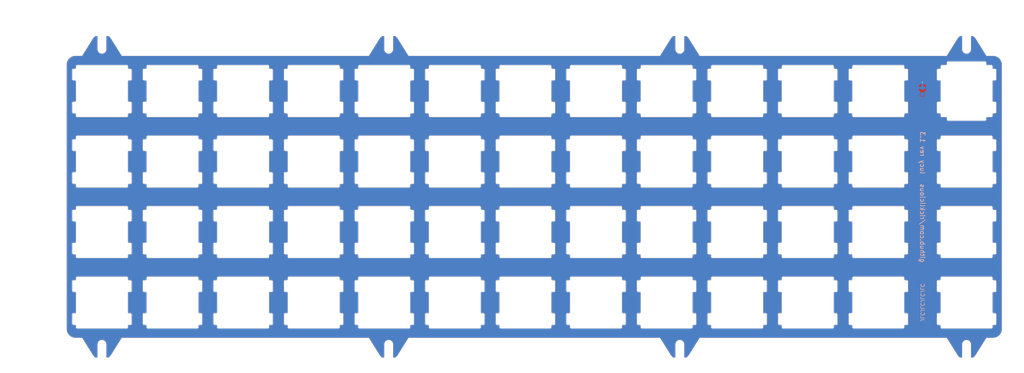
<source format=kicad_pcb>
(kicad_pcb (version 20211014) (generator pcbnew)
  (layers (0 "F.Cu" signal) (31 "B.Cu" signal) (34 "B.Paste" user) (35 "F.Paste" user) (36 "B.SilkS" user "B.Silkscreen") (37 "F.SilkS" user "F.Silkscreen") (38 "B.Mask" user) (39 "F.Mask" user) (44 "Edge.Cuts" user))
  (net 0 "")
  (net 1 "GND")
  (footprint "Keeb_footprints:MX100_slot_plated_2" (layer "F.Cu") (at 155.97253 50.00646))
  (footprint "Keeb_footprints:MX100_slot_plated_2" (layer "F.Cu") (at 175.02261 50.00646))
  (footprint "Keeb_footprints:MX100_slot_plated_2" (layer "F.Cu") (at 194.07269 50.00646))
  (footprint "Keeb_footprints:MX100_slot_plated_2" (layer "F.Cu") (at 213.12277 50.00646))
  (footprint "Keeb_footprints:MX100_slot_plated_2" (layer "F.Cu") (at 232.17285 50.00646))
  (footprint "Keeb_footprints:MX100_slot_plated_2" (layer "F.Cu") (at 327.42325 50.00646))
  (footprint "Keeb_footprints:MX100_slot_plated_2" (layer "F.Cu") (at 346.47333 50.00646))
  (footprint "Keeb_footprints:MX100_slot_plated_2" (layer "F.Cu") (at 155.97253 69.05654))
  (footprint "Keeb_footprints:MX100_slot_plated_2" (layer "F.Cu") (at 194.07269 69.05654))
  (footprint "Keeb_footprints:MX100_slot_plated_2" (layer "F.Cu") (at 232.17285 69.05654))
  (footprint "Keeb_footprints:MX100_slot_plated_2" (layer "F.Cu") (at 251.22293 69.05654))
  (footprint "Keeb_footprints:MX100_slot_plated_2" (layer "F.Cu") (at 270.27301 69.05654))
  (footprint "Keeb_footprints:MX100_slot_plated_2" (layer "F.Cu") (at 289.32309 69.05654))
  (footprint "Keeb_footprints:MX100_slot_plated_2" (layer "F.Cu") (at 308.37317 69.05654))
  (footprint "Keeb_footprints:MX100_slot_plated_2" (layer "F.Cu") (at 327.42325 69.05654))
  (footprint "Keeb_footprints:MX100_slot_plated_2" (layer "F.Cu") (at 346.47333 69.05654))
  (footprint "Keeb_footprints:MX100_slot_plated_2" (layer "F.Cu") (at 365.52341 69.05654))
  (footprint "Keeb_footprints:MX100_slot_plated_2" (layer "F.Cu") (at 155.97253 88.10662))
  (footprint "Keeb_footprints:MX100_slot_plated_2" (layer "F.Cu") (at 175.02261 88.10662))
  (footprint "Keeb_footprints:MX100_slot_plated_2" (layer "F.Cu") (at 194.07269 88.10662))
  (footprint "Keeb_footprints:MX100_slot_plated_2" (layer "F.Cu") (at 213.12277 88.10662))
  (footprint "Keeb_footprints:MX100_slot_plated_2" (layer "F.Cu") (at 232.17285 88.10662))
  (footprint "Keeb_footprints:MX100_slot_plated_2" (layer "F.Cu") (at 251.22293 88.10662))
  (footprint "Keeb_footprints:MX100_slot_plated_2" (layer "F.Cu") (at 270.27301 88.10662))
  (footprint "Keeb_footprints:MX100_slot_plated_2" (layer "F.Cu") (at 289.32309 88.10662))
  (footprint "Keeb_footprints:MX100_slot_plated_2" (layer "F.Cu") (at 308.37317 88.10662))
  (footprint "Keeb_footprints:MX100_slot_plated_2" (layer "F.Cu") (at 327.42325 88.10662))
  (footprint "Keeb_footprints:MX100_slot_plated_2" (layer "F.Cu") (at 346.47333 88.10662))
  (footprint "Keeb_footprints:MX100_slot_plated_2" (layer "F.Cu") (at 365.52341 88.10662))
  (footprint "Keeb_footprints:MX100_slot_plated_2" (layer "F.Cu") (at 175.02261 107.1567))
  (footprint "Keeb_footprints:MX100_slot_plated_2" (layer "F.Cu") (at 194.07269 107.1567))
  (footprint "Keeb_footprints:MX100_slot_plated_2" (layer "F.Cu") (at 213.12277 107.1567))
  (footprint "Keeb_footprints:MX100_slot_plated_2" (layer "F.Cu") (at 232.17285 107.1567))
  (footprint "Keeb_footprints:MX100_slot_plated_2" (layer "F.Cu") (at 251.22293 107.1567))
  (footprint "Keeb_footprints:MX100_slot_plated_2" (layer "F.Cu") (at 270.27301 107.1567))
  (footprint "Keeb_footprints:MX100_slot_plated_2" (layer "F.Cu") (at 289.32309 107.1567))
  (footprint "Keeb_footprints:MX100_slot_plated_2" (layer "F.Cu") (at 308.37317 107.1567))
  (footprint "Keeb_footprints:MX100_slot_plated_2" (layer "F.Cu") (at 327.42325 107.1567))
  (footprint "Keeb_footprints:MX100_slot_plated_2" (layer "F.Cu") (at 346.47333 107.16))
  (footprint "Keeb_footprints:MX100_slot_plated_2" (layer "F.Cu") (at 365.52341 107.1567))
  (footprint "Keeb_footprints:MX100_slot_plated_2" (layer "F.Cu") (at 155.97253 107.1567))
  (footprint "Keeb_footprints:MX100_slot_plated_2" (layer "F.Cu") (at 175.02261 69.05654))
  (footprint "Keeb_footprints:MX100_slot_plated_2" (layer "F.Cu") (at 389.33589 88.106428))
  (footprint "Keeb_footprints:MX100_slot_plated_2" (layer "F.Cu") (at 389.33589 69.056444))
  (footprint "Keeb_footprints:EC11_cutout_plated" (layer "F.Cu") (at 389.33601 50.00646 180))
  (footprint "Keeb_footprints:MX100_slot_plated_2" (layer "F.Cu") (at 365.52341 50.00646))
  (footprint "Keeb_footprints:MX100_slot_plated_2" (layer "F.Cu") (at 389.33601 107.1567))
  (footprint "Keeb_footprints:MX100_slot_plated_2" (layer "F.Cu") (at 213.12277 69.05654))
  (footprint "Keeb_footprints:MX100_slot_plated_2" (layer "F.Cu") (at 251.223314 50.00646))
  (footprint "Keeb_footprints:MX100_slot_plated_2" (layer "F.Cu") (at 270.27333 50.00646))
  (footprint "Keeb_footprints:MX100_slot_plated_2" (layer "F.Cu") (at 289.323346 50.00646))
  (footprint "Keeb_footprints:MX100_slot_plated_2" (layer "F.Cu") (at 308.373362 50.00646))
  (footprint "Resistor_SMD:R_0603_1608Metric_Pad1.05x0.95mm_HandSolder" (layer "B.Cu") (at 377.42967 50.00646 -90))
  (gr_arc (start 398.860894 114.300144) (mid 398.163439 115.983949) (end 396.479634 116.681404) (layer "Edge.Cuts") (width 0.05))
  (gr_arc (start 148.829842 116.680144) (mid 147.146932 115.983062) (end 146.449842 114.300156) (layer "Edge.Cuts") (width 0.05))
  (gr_line (start 396.479634 116.681516) (end 394.693747 116.681516) (layer "Edge.Cuts") (width 0.05))
  (gr_arc (start 396.479634 40.481456) (mid 398.163439 41.178911) (end 398.860894 42.862716) (layer "Edge.Cuts") (width 0.05))
  (gr_line (start 396.479634 40.481456) (end 394.693747 40.481444) (layer "Edge.Cuts") (width 0.05))
  (gr_line (start 383.978113 40.481444) (end 317.303057 40.481433) (layer "Edge.Cuts") (width 0.05))
  (gr_line (start 306.587423 40.481433) (end 238.721741 40.481452) (layer "Edge.Cuts") (width 0.05))
  (gr_line (start 150.615417 40.481452) (end 148.829842 40.481468) (layer "Edge.Cuts") (width 0.05))
  (gr_line (start 148.829842 116.680144) (end 150.615417 116.681421) (layer "Edge.Cuts") (width 0.05))
  (gr_line (start 161.331051 116.681421) (end 228.006107 116.681535) (layer "Edge.Cuts") (width 0.05))
  (gr_line (start 238.721741 116.681535) (end 306.587423 116.681421) (layer "Edge.Cuts") (width 0.05))
  (gr_line (start 317.303057 116.681421) (end 383.978113 116.681535) (layer "Edge.Cuts") (width 0.05))
  (gr_line (start 146.448582 42.862728) (end 146.449842 114.300156) (layer "Edge.Cuts") (width 0.05))
  (gr_line (start 228.006107 40.481452) (end 161.331051 40.481452) (layer "Edge.Cuts") (width 0.05))
  (gr_arc (start 146.448582 42.862728) (mid 147.146037 41.178923) (end 148.829842 40.481468) (layer "Edge.Cuts") (width 0.05))
  (gr_arc (start 235.149863 35.123635) (mid 235.468667 35.400144) (end 235.745176 35.718948) (layer "Edge.Cuts") (width 0.05))
  (gr_line (start 230.982672 35.718948) (end 228.006107 40.481452) (layer "Edge.Cuts") (width 0.05))
  (gr_line (start 235.745176 121.444039) (end 238.721741 116.681535) (layer "Edge.Cuts") (width 0.05))
  (gr_line (start 390.526556 122.039333) (end 390.526556 118.467455) (layer "Edge.Cuts") (width 0.05))
  (gr_line (start 388.145304 122.039333) (end 387.549991 122.039333) (layer "Edge.Cuts") (width 0.05))
  (gr_line (start 230.982672 121.444039) (end 228.006107 116.681535) (layer "Edge.Cuts") (width 0.05))
  (gr_arc (start 391.121869 35.123627) (mid 391.440673 35.400136) (end 391.717182 35.71894) (layer "Edge.Cuts") (width 0.05))
  (gr_line (start 234.55455 35.123635) (end 235.149863 35.123635) (layer "Edge.Cuts") (width 0.05))
  (gr_arc (start 230.982672 35.718948) (mid 231.259168 35.400131) (end 231.577985 35.123635) (layer "Edge.Cuts") (width 0.05))
  (gr_line (start 313.135866 35.123616) (end 313.731179 35.123616) (layer "Edge.Cuts") (width 0.05))
  (gr_line (start 232.173298 35.123635) (end 232.173298 38.695513) (layer "Edge.Cuts") (width 0.05))
  (gr_arc (start 388.145304 118.467455) (mid 389.33593 117.276829) (end 390.526556 118.467455) (layer "Edge.Cuts") (width 0.05))
  (gr_line (start 153.591982 35.718948) (end 150.615417 40.481452) (layer "Edge.Cuts") (width 0.05))
  (gr_arc (start 314.326492 121.443925) (mid 314.049996 121.762742) (end 313.731179 122.039238) (layer "Edge.Cuts") (width 0.05))
  (gr_arc (start 235.745176 121.444039) (mid 235.46868 121.762856) (end 235.149863 122.039352) (layer "Edge.Cuts") (width 0.05))
  (gr_arc (start 313.135866 38.695494) (mid 311.94524 39.88612) (end 310.754614 38.695494) (layer "Edge.Cuts") (width 0.05))
  (gr_line (start 386.954678 121.44402) (end 383.978113 116.681516) (layer "Edge.Cuts") (width 0.05))
  (gr_line (start 235.745176 35.718948) (end 238.721741 40.481452) (layer "Edge.Cuts") (width 0.05))
  (gr_line (start 154.782608 122.039238) (end 154.187295 122.039238) (layer "Edge.Cuts") (width 0.05))
  (gr_arc (start 157.759173 35.123635) (mid 158.077977 35.400144) (end 158.354486 35.718948) (layer "Edge.Cuts") (width 0.05))
  (gr_arc (start 234.55455 38.695513) (mid 233.363924 39.886139) (end 232.173298 38.695513) (layer "Edge.Cuts") (width 0.05))
  (gr_line (start 234.55455 122.039352) (end 234.55455 118.467474) (layer "Edge.Cuts") (width 0.05))
  (gr_line (start 157.16386 122.039238) (end 157.759173 122.039238) (layer "Edge.Cuts") (width 0.05))
  (gr_line (start 154.782608 35.123635) (end 154.187295 35.123635) (layer "Edge.Cuts") (width 0.05))
  (gr_line (start 234.55455 122.039352) (end 235.149863 122.039352) (layer "Edge.Cuts") (width 0.05))
  (gr_line (start 158.354486 35.718948) (end 161.331051 40.481452) (layer "Edge.Cuts") (width 0.05))
  (gr_line (start 234.55455 38.695513) (end 234.55455 35.123635) (layer "Edge.Cuts") (width 0.05))
  (gr_arc (start 390.526556 38.695505) (mid 389.33593 39.886131) (end 388.145304 38.695505) (layer "Edge.Cuts") (width 0.05))
  (gr_arc (start 154.187295 122.039238) (mid 153.868491 121.762729) (end 153.591982 121.443925) (layer "Edge.Cuts") (width 0.05))
  (gr_line (start 157.16386 35.123635) (end 157.759173 35.123635) (layer "Edge.Cuts") (width 0.05))
  (gr_line (start 232.173298 118.467474) (end 232.173298 122.039352) (layer "Edge.Cuts") (width 0.05))
  (gr_arc (start 231.577985 122.039352) (mid 231.259181 121.762843) (end 230.982672 121.444039) (layer "Edge.Cuts") (width 0.05))
  (gr_line (start 310.754614 122.039238) (end 310.159301 122.039238) (layer "Edge.Cuts") (width 0.05))
  (gr_arc (start 158.354486 121.443925) (mid 158.07799 121.762742) (end 157.759173 122.039238) (layer "Edge.Cuts") (width 0.05))
  (gr_line (start 154.782608 118.46736) (end 154.782608 122.039238) (layer "Edge.Cuts") (width 0.05))
  (gr_arc (start 310.754614 118.46736) (mid 311.94524 117.276734) (end 313.135866 118.46736) (layer "Edge.Cuts") (width 0.05))
  (gr_line (start 398.860894 114.300144) (end 398.860894 42.862716) (layer "Edge.Cuts") (width 0.05))
  (gr_arc (start 232.173298 118.467474) (mid 233.363924 117.276848) (end 234.55455 118.467474) (layer "Edge.Cuts") (width 0.05))
  (gr_line (start 154.782608 35.123635) (end 154.782608 38.695513) (layer "Edge.Cuts") (width 0.05))
  (gr_line (start 313.135866 122.039238) (end 313.731179 122.039238) (layer "Edge.Cuts") (width 0.05))
  (gr_arc (start 154.782608 118.46736) (mid 155.973234 117.276734) (end 157.16386 118.46736) (layer "Edge.Cuts") (width 0.05))
  (gr_line (start 390.526556 122.039333) (end 391.121869 122.039333) (layer "Edge.Cuts") (width 0.05))
  (gr_line (start 157.16386 122.039238) (end 157.16386 118.46736) (layer "Edge.Cuts") (width 0.05))
  (gr_line (start 313.135866 38.695494) (end 313.135866 35.123616) (layer "Edge.Cuts") (width 0.05))
  (gr_arc (start 313.731179 35.123616) (mid 314.049983 35.400125) (end 314.326492 35.718929) (layer "Edge.Cuts") (width 0.05))
  (gr_line (start 390.526556 35.123627) (end 391.121869 35.123627) (layer "Edge.Cuts") (width 0.05))
  (gr_line (start 388.145304 35.123627) (end 387.549991 35.123627) (layer "Edge.Cuts") (width 0.05))
  (gr_line (start 153.591982 121.443925) (end 150.615417 116.681421) (layer "Edge.Cuts") (width 0.05))
  (gr_line (start 391.717182 35.71894) (end 394.693747 40.481444) (layer "Edge.Cuts") (width 0.05))
  (gr_line (start 310.754614 35.123616) (end 310.754614 38.695494) (layer "Edge.Cuts") (width 0.05))
  (gr_line (start 314.326492 35.718929) (end 317.303057 40.481433) (layer "Edge.Cuts") (width 0.05))
  (gr_line (start 313.135866 122.039238) (end 313.135866 118.46736) (layer "Edge.Cuts") (width 0.05))
  (gr_line (start 390.526556 38.695505) (end 390.526556 35.123627) (layer "Edge.Cuts") (width 0.05))
  (gr_line (start 388.145304 35.123627) (end 388.145304 38.695505) (layer "Edge.Cuts") (width 0.05))
  (gr_line (start 232.173298 122.039352) (end 231.577985 122.039352) (layer "Edge.Cuts") (width 0.05))
  (gr_arc (start 157.16386 38.695513) (mid 155.973234 39.886139) (end 154.782608 38.695513) (layer "Edge.Cuts") (width 0.05))
  (gr_line (start 232.173298 35.123635) (end 231.577985 35.123635) (layer "Edge.Cuts") (width 0.05))
  (gr_arc (start 309.563988 35.718929) (mid 309.840484 35.400112) (end 310.159301 35.123616) (layer "Edge.Cuts") (width 0.05))
  (gr_line (start 309.563988 121.443925) (end 306.587423 116.681421) (layer "Edge.Cuts") (width 0.05))
  (gr_line (start 309.563988 35.718929) (end 306.587423 40.481433) (layer "Edge.Cuts") (width 0.05))
  (gr_arc (start 386.954678 35.71894) (mid 387.231174 35.400123) (end 387.549991 35.123627) (layer "Edge.Cuts") (width 0.05))
  (gr_line (start 157.16386 38.695513) (end 157.16386 35.123635) (layer "Edge.Cuts") (width 0.05))
  (gr_line (start 386.954678 35.71894) (end 383.978113 40.481444) (layer "Edge.Cuts") (width 0.05))
  (gr_arc (start 153.591982 35.718948) (mid 153.868478 35.400131) (end 154.187295 35.123635) (layer "Edge.Cuts") (width 0.05))
  (gr_line (start 310.754614 35.123616) (end 310.159301 35.123616) (layer "Edge.Cuts") (width 0.05))
  (gr_line (start 158.354486 121.443925) (end 161.331051 116.681421) (layer "Edge.Cuts") (width 0.05))
  (gr_arc (start 310.159301 122.039238) (mid 309.840497 121.762729) (end 309.563988 121.443925) (layer "Edge.Cuts") (width 0.05))
  (gr_arc (start 387.549991 122.039333) (mid 387.231187 121.762824) (end 386.954678 121.44402) (layer "Edge.Cuts") (width 0.05))
  (gr_line (start 388.145304 118.467455) (end 388.145304 122.039333) (layer "Edge.Cuts") (width 0.05))
  (gr_line (start 310.754614 118.46736) (end 310.754614 122.039238) (layer "Edge.Cuts") (width 0.05))
  (gr_line (start 314.326492 121.443925) (end 317.303057 116.681421) (layer "Edge.Cuts") (width 0.05))
  (gr_line (start 391.717182 121.44402) (end 394.693747 116.681516) (layer "Edge.Cuts") (width 0.05))
  (gr_arc (start 391.717182 121.44402) (mid 391.440686 121.762837) (end 391.121869 122.039333) (layer "Edge.Cuts") (width 0.05))
  (gr_text "lucy rev 1.3" (at 377.42965 66.675196 -90) (layer "B.SilkS") (effects (font (size 1.25 1.25) (thickness 0.2)) (justify mirror)))
  (gr_text "JLCJLCJLCJLC" (at 377.42967 107.156508 -90) (layer "B.SilkS") (effects (font (size 1 1)) (justify mirror)))
  (gr_text "github.com/ricklicious" (at 377.42965 85.72518 270) (layer "B.SilkS") (effects (font (size 1.25 1.25) (thickness 0.2)) (justify mirror)))
  (via (at 377.42341 47.60646) (size 0.5) (drill 0.25) (layers "F.Cu" "B.Cu") (net 1))
  (segment (start 377.42967 47.61272) (end 377.42341 47.60646) (width 0.25) (layer "B.Cu") (net 1))
  (segment (start 377.42967 49.13146) (end 377.42967 47.61272) (width 0.25) (layer "B.Cu") (net 1))
  (zone (net 1) (net_name "GND") (layer "F.Cu") (connect_pads (clearance 0)) (min_thickness 0.254) (fill yes (thermal_gap 0) (thermal_bridge_width 0.508))
    (polygon (pts (xy 404.83893 30.94396) (xy 404.83893 126.19388) (xy 142.90096 126.19388) (xy 142.90096 30.94396)))
  )
  (zone (net 1) (net_name "GND") (layer "B.Cu") (connect_pads (clearance 0)) (min_thickness 0.254) (fill yes (thermal_gap 0.508) (thermal_bridge_width 0.508))
    (polygon (pts (xy 404.83893 30.94396) (xy 404.83893 126.19388) (xy 142.90096 126.19388) (xy 142.90096 30.94396)))
  )
)
</source>
